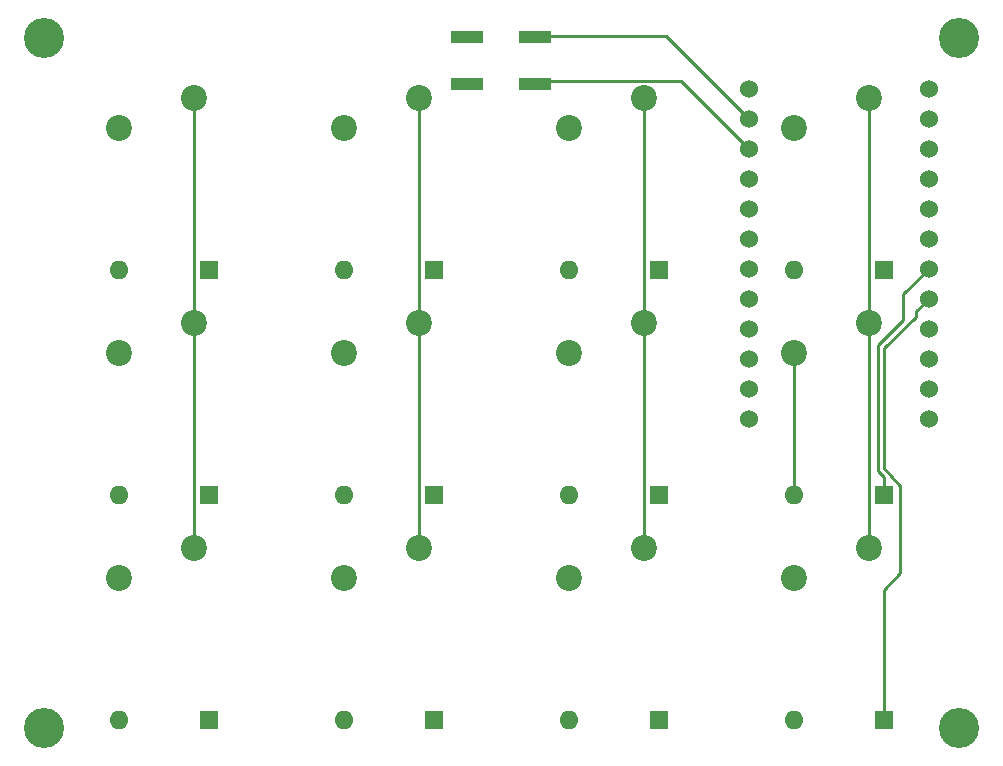
<source format=gbr>
%TF.GenerationSoftware,KiCad,Pcbnew,(5.1.10)-1*%
%TF.CreationDate,2021-11-04T23:56:30-04:00*%
%TF.ProjectId,pluto12,706c7574-6f31-4322-9e6b-696361645f70,rev?*%
%TF.SameCoordinates,Original*%
%TF.FileFunction,Copper,L2,Bot*%
%TF.FilePolarity,Positive*%
%FSLAX46Y46*%
G04 Gerber Fmt 4.6, Leading zero omitted, Abs format (unit mm)*
G04 Created by KiCad (PCBNEW (5.1.10)-1) date 2021-11-04 23:56:30*
%MOMM*%
%LPD*%
G01*
G04 APERTURE LIST*
%TA.AperFunction,SMDPad,CuDef*%
%ADD10R,2.750000X1.000000*%
%TD*%
%TA.AperFunction,ComponentPad*%
%ADD11C,2.200000*%
%TD*%
%TA.AperFunction,ComponentPad*%
%ADD12O,1.600000X1.600000*%
%TD*%
%TA.AperFunction,ComponentPad*%
%ADD13R,1.600000X1.600000*%
%TD*%
%TA.AperFunction,ComponentPad*%
%ADD14C,1.524000*%
%TD*%
%TA.AperFunction,ViaPad*%
%ADD15C,3.400000*%
%TD*%
%TA.AperFunction,Conductor*%
%ADD16C,0.250000*%
%TD*%
G04 APERTURE END LIST*
D10*
%TO.P,RST SW,2*%
%TO.N,GND*%
X150835000Y-64675000D03*
X145075000Y-64675000D03*
%TO.P,RST SW,1*%
%TO.N,RST*%
X145075000Y-68675000D03*
X150835000Y-68675000D03*
%TD*%
D11*
%TO.P,S12,1*%
%TO.N,C3*%
X179070000Y-107950000D03*
%TO.P,S12,2*%
%TO.N,Net-(D12-Pad2)*%
X172720000Y-110490000D03*
%TD*%
%TO.P,S11,1*%
%TO.N,C2*%
X160020000Y-107950000D03*
%TO.P,S11,2*%
%TO.N,Net-(D11-Pad2)*%
X153670000Y-110490000D03*
%TD*%
%TO.P,S10,1*%
%TO.N,C1*%
X140970000Y-107950000D03*
%TO.P,S10,2*%
%TO.N,Net-(D10-Pad2)*%
X134620000Y-110490000D03*
%TD*%
%TO.P,S9,1*%
%TO.N,C0*%
X121920000Y-107950000D03*
%TO.P,S9,2*%
%TO.N,Net-(D9-Pad2)*%
X115570000Y-110490000D03*
%TD*%
%TO.P,S8,1*%
%TO.N,C3*%
X179070000Y-88900000D03*
%TO.P,S8,2*%
%TO.N,Net-(D8-Pad2)*%
X172720000Y-91440000D03*
%TD*%
%TO.P,S7,1*%
%TO.N,C2*%
X160020000Y-88900000D03*
%TO.P,S7,2*%
%TO.N,Net-(D7-Pad2)*%
X153670000Y-91440000D03*
%TD*%
%TO.P,S6,1*%
%TO.N,C1*%
X140970000Y-88900000D03*
%TO.P,S6,2*%
%TO.N,Net-(D6-Pad2)*%
X134620000Y-91440000D03*
%TD*%
%TO.P,S5,1*%
%TO.N,C0*%
X121920000Y-88900000D03*
%TO.P,S5,2*%
%TO.N,Net-(D5-Pad2)*%
X115570000Y-91440000D03*
%TD*%
%TO.P,S4,1*%
%TO.N,C3*%
X179070000Y-69850000D03*
%TO.P,S4,2*%
%TO.N,Net-(D4-Pad2)*%
X172720000Y-72390000D03*
%TD*%
%TO.P,S3,1*%
%TO.N,C2*%
X160020000Y-69850000D03*
%TO.P,S3,2*%
%TO.N,Net-(D3-Pad2)*%
X153670000Y-72390000D03*
%TD*%
%TO.P,S2,1*%
%TO.N,C1*%
X140970000Y-69850000D03*
%TO.P,S2,2*%
%TO.N,Net-(D2-Pad2)*%
X134620000Y-72390000D03*
%TD*%
%TO.P,S1,1*%
%TO.N,C0*%
X121920000Y-69850000D03*
%TO.P,S1,2*%
%TO.N,Net-(D1-Pad2)*%
X115570000Y-72390000D03*
%TD*%
D12*
%TO.P,D12,2*%
%TO.N,Net-(D12-Pad2)*%
X172720000Y-122555000D03*
D13*
%TO.P,D12,1*%
%TO.N,R2*%
X180340000Y-122555000D03*
%TD*%
D12*
%TO.P,D11,2*%
%TO.N,Net-(D11-Pad2)*%
X153670000Y-122555000D03*
D13*
%TO.P,D11,1*%
%TO.N,R2*%
X161290000Y-122555000D03*
%TD*%
D12*
%TO.P,D10,2*%
%TO.N,Net-(D10-Pad2)*%
X134620000Y-122555000D03*
D13*
%TO.P,D10,1*%
%TO.N,R2*%
X142240000Y-122555000D03*
%TD*%
D12*
%TO.P,D9,2*%
%TO.N,Net-(D9-Pad2)*%
X115570000Y-122555000D03*
D13*
%TO.P,D9,1*%
%TO.N,R2*%
X123190000Y-122555000D03*
%TD*%
D12*
%TO.P,D8,2*%
%TO.N,Net-(D8-Pad2)*%
X172720000Y-103505000D03*
D13*
%TO.P,D8,1*%
%TO.N,R1*%
X180340000Y-103505000D03*
%TD*%
D12*
%TO.P,D7,2*%
%TO.N,Net-(D7-Pad2)*%
X153670000Y-103505000D03*
D13*
%TO.P,D7,1*%
%TO.N,R1*%
X161290000Y-103505000D03*
%TD*%
D12*
%TO.P,D6,2*%
%TO.N,Net-(D6-Pad2)*%
X134620000Y-103505000D03*
D13*
%TO.P,D6,1*%
%TO.N,R1*%
X142240000Y-103505000D03*
%TD*%
D12*
%TO.P,D5,2*%
%TO.N,Net-(D5-Pad2)*%
X115570000Y-103505000D03*
D13*
%TO.P,D5,1*%
%TO.N,R1*%
X123190000Y-103505000D03*
%TD*%
D12*
%TO.P,D4,2*%
%TO.N,Net-(D4-Pad2)*%
X172720000Y-84455000D03*
D13*
%TO.P,D4,1*%
%TO.N,R0*%
X180340000Y-84455000D03*
%TD*%
D12*
%TO.P,D3,2*%
%TO.N,Net-(D3-Pad2)*%
X153670000Y-84455000D03*
D13*
%TO.P,D3,1*%
%TO.N,R0*%
X161290000Y-84455000D03*
%TD*%
D12*
%TO.P,D2,2*%
%TO.N,Net-(D2-Pad2)*%
X134620000Y-84455000D03*
D13*
%TO.P,D2,1*%
%TO.N,R0*%
X142240000Y-84455000D03*
%TD*%
D12*
%TO.P,D1,2*%
%TO.N,Net-(D1-Pad2)*%
X115570000Y-84455000D03*
D13*
%TO.P,D1,1*%
%TO.N,R0*%
X123190000Y-84455000D03*
%TD*%
D14*
%TO.P,B1,24*%
%TO.N,Net-(B1-Pad24)*%
X168910000Y-69088000D03*
%TO.P,B1,23*%
%TO.N,GND*%
X168910000Y-71628000D03*
%TO.P,B1,22*%
%TO.N,RST*%
X168910000Y-74168000D03*
%TO.P,B1,21*%
%TO.N,Net-(B1-Pad21)*%
X168910000Y-76708000D03*
%TO.P,B1,20*%
%TO.N,Net-(B1-Pad20)*%
X168910000Y-79248000D03*
%TO.P,B1,19*%
%TO.N,Net-(B1-Pad19)*%
X168910000Y-81788000D03*
%TO.P,B1,18*%
%TO.N,Net-(B1-Pad18)*%
X168910000Y-84328000D03*
%TO.P,B1,17*%
%TO.N,Net-(B1-Pad17)*%
X168910000Y-86868000D03*
%TO.P,B1,16*%
%TO.N,Net-(B1-Pad16)*%
X168910000Y-89408000D03*
%TO.P,B1,15*%
%TO.N,Net-(B1-Pad15)*%
X168910000Y-91948000D03*
%TO.P,B1,14*%
%TO.N,Net-(B1-Pad14)*%
X168910000Y-94488000D03*
%TO.P,B1,13*%
%TO.N,Net-(B1-Pad13)*%
X168910000Y-97028000D03*
%TO.P,B1,12*%
%TO.N,C3*%
X184150000Y-97028000D03*
%TO.P,B1,11*%
%TO.N,C2*%
X184150000Y-94488000D03*
%TO.P,B1,10*%
%TO.N,C1*%
X184150000Y-91948000D03*
%TO.P,B1,9*%
%TO.N,C0*%
X184150000Y-89408000D03*
%TO.P,B1,8*%
%TO.N,R2*%
X184150000Y-86868000D03*
%TO.P,B1,7*%
%TO.N,R1*%
X184150000Y-84328000D03*
%TO.P,B1,6*%
%TO.N,R0*%
X184150000Y-81788000D03*
%TO.P,B1,5*%
%TO.N,Net-(B1-Pad5)*%
X184150000Y-79248000D03*
%TO.P,B1,4*%
%TO.N,Net-(B1-Pad4)*%
X184150000Y-76708000D03*
%TO.P,B1,3*%
%TO.N,Net-(B1-Pad3)*%
X184150000Y-74168000D03*
%TO.P,B1,2*%
%TO.N,Net-(B1-Pad2)*%
X184150000Y-71628000D03*
%TO.P,B1,1*%
%TO.N,Net-(B1-Pad1)*%
X184150000Y-69088000D03*
%TD*%
D15*
%TO.N,*%
X109220000Y-123190000D03*
X109220000Y-64770000D03*
X186690000Y-64770000D03*
X186690000Y-123190000D03*
%TD*%
D16*
%TO.N,GND*%
X168910000Y-71628000D02*
X161925000Y-64643000D01*
X161925000Y-64643000D02*
X150876000Y-64643000D01*
%TO.N,RST*%
X163166999Y-68424999D02*
X151158001Y-68424999D01*
X168910000Y-74168000D02*
X163166999Y-68424999D01*
X151158001Y-68424999D02*
X150876000Y-68707000D01*
%TO.N,C3*%
X179070000Y-69850000D02*
X179070000Y-88900000D01*
X179070000Y-88900000D02*
X179070000Y-104420002D01*
X179070000Y-104420002D02*
X179070000Y-108204000D01*
%TO.N,C2*%
X160020000Y-69850000D02*
X160020000Y-88900000D01*
X160020000Y-88900000D02*
X160020000Y-104420002D01*
X160020000Y-104420002D02*
X160020000Y-107950000D01*
%TO.N,C1*%
X140970000Y-107950000D02*
X140970000Y-88900000D01*
X140970000Y-88900000D02*
X140970000Y-69850000D01*
%TO.N,C0*%
X121920000Y-69850000D02*
X121920000Y-88900000D01*
X121920000Y-88900000D02*
X121920000Y-104420002D01*
X121920000Y-104420002D02*
X121920000Y-107950000D01*
%TO.N,R2*%
X180340000Y-111506000D02*
X180340000Y-122682000D01*
X181737000Y-102716998D02*
X181737000Y-110109000D01*
X180340000Y-101219000D02*
X181737000Y-102716998D01*
X180340000Y-91059000D02*
X180340000Y-101219000D01*
X183062999Y-88463001D02*
X180340000Y-91059000D01*
X181737000Y-110109000D02*
X180340000Y-111506000D01*
X183062999Y-87955001D02*
X183062999Y-88463001D01*
X184150000Y-86868000D02*
X183062999Y-87955001D01*
%TO.N,R1*%
X180340000Y-101956408D02*
X179832000Y-101448408D01*
X180340000Y-103505000D02*
X180340000Y-101956408D01*
X179832000Y-101448408D02*
X179832000Y-90805000D01*
X179832000Y-90805000D02*
X181991000Y-88646000D01*
X181991000Y-88646000D02*
X181991000Y-86487000D01*
X181991000Y-86487000D02*
X184150000Y-84328000D01*
%TO.N,Net-(D8-Pad2)*%
X172720000Y-91440000D02*
X172720000Y-103632000D01*
%TD*%
M02*

</source>
